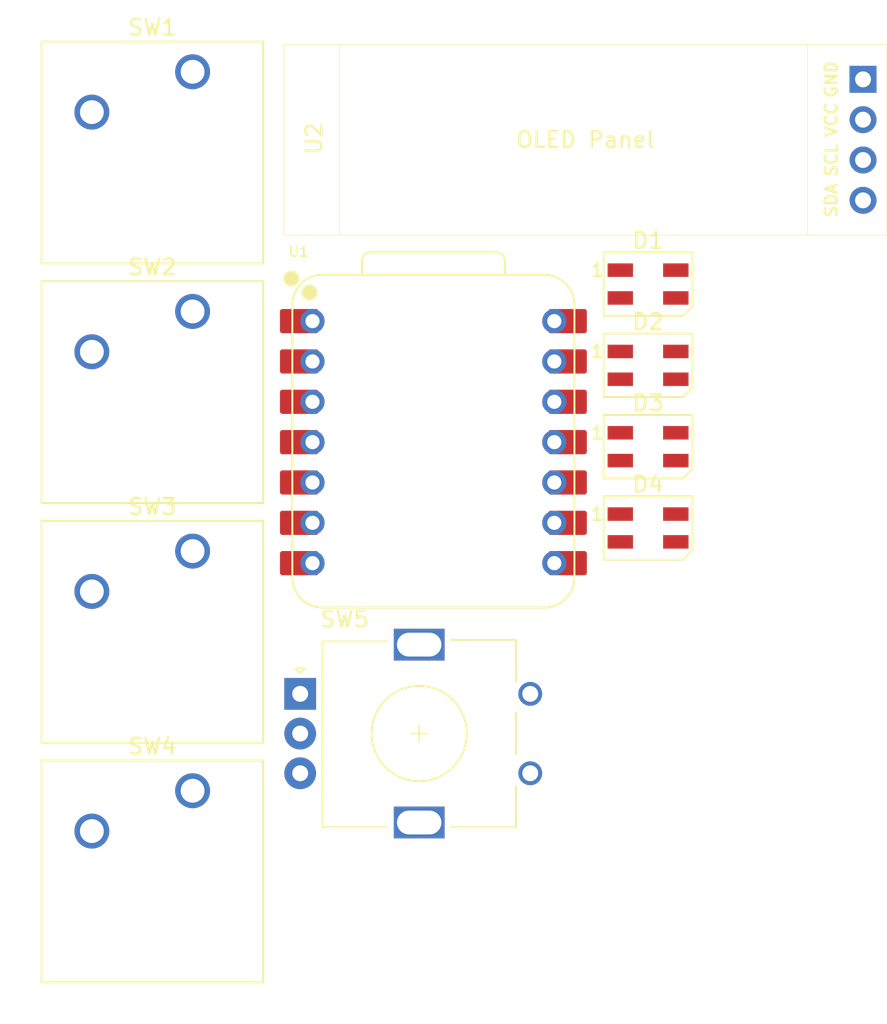
<source format=kicad_pcb>
(kicad_pcb (version 20241229) (generator "pcbnew") (generator_version "9.0")
  (layers (0 "F.Cu" signal) (2 "B.Cu" signal) (13 "F.Paste" user) (15 "B.Paste" user) (5 "F.SilkS" user "F.Silkscreen") (7 "B.SilkS" user "B.Silkscreen") (1 "F.Mask" user) (3 "B.Mask" user) (25 "Edge.Cuts" user))
  (net 0 "")
  (net 1 "Net-(D1-DOUT)")
  (net 2 "Net-(D1-DIN)")
  (net 3 "GND")
  (net 4 "+5V")
  (net 5 "Net-(D2-DOUT)")
  (net 6 "Net-(D3-DOUT)")
  (net 8 "Net-(U1-GPIO1{slash}RX)")
  (net 9 "Net-(U1-GPIO2{slash}SCK)")
  (net 10 "Net-(U1-GPIO4{slash}MISO)")
  (net 11 "Net-(U1-GPIO3{slash}MOSI)")
  (net 12 "Net-(U1-GPIO28{slash}ADC2{slash}A2)")
  (net 13 "Net-(U1-GPIO27{slash}ADC1{slash}A1)")
  (net 15 "Net-(U1-GPIO7{slash}SCL)")
  (net 18 "Net-(U1-GPIO6{slash}SDA)")
  (footprint "Seeed Studio XIAO Series Library:XIAO-RP2040-DIP" (layer "F.Cu") (at 152.676 92.6795)
    (property "Reference" "U1" (at -8.5 -12 0) (layer "F.SilkS") (effects (font (size 0.635 0.635) (thickness 0.1016))))
    (property "Value" "XIAO-RP2040-DIP")
    (fp_line (start -8.89 8.509) (end -8.89 -8.636) (stroke (width 0.127)) (layer "F.SilkS"))
    (fp_line (start -6.985 10.414) (end 6.985 10.414) (stroke (width 0.127)) (layer "F.SilkS"))
    (fp_line (start -4.495 -10.541) (end -4.491272 -11.451272) (stroke (width 0.127)) (layer "F.SilkS"))
    (fp_line (start -3.991272 -11.951) (end 4.004 -11.951) (stroke (width 0.127)) (layer "F.SilkS"))
    (fp_line (start 4.504 -11.451) (end 4.504 -10.541) (stroke (width 0.127)) (layer "F.SilkS"))
    (fp_line (start 6.985 -10.541) (end -6.985 -10.541) (stroke (width 0.1)) (layer "F.SilkS"))
    (fp_line (start 6.985 -10.541) (end -6.985 -10.541) (stroke (width 0.127)) (layer "F.SilkS"))
    (fp_line (start 8.89 8.509) (end 8.89 -8.636) (stroke (width 0.127)) (layer "F.SilkS"))
    (fp_arc (start -8.89 -8.636) (mid -8.332038 -9.983038) (end -6.985 -10.541) (stroke (width 0.127)) (layer "F.SilkS"))
    (fp_arc (start -6.985 10.414) (mid -8.332038 9.856038) (end -8.89 8.509) (stroke (width 0.127)) (layer "F.SilkS"))
    (fp_arc (start -4.491272 -11.451272) (mid -4.344728 -11.80464) (end -3.991272 -11.951) (stroke (width 0.127)) (layer "F.SilkS"))
    (fp_arc (start 4.004 -11.951) (mid 4.357553 -11.804553) (end 4.504 -11.451) (stroke (width 0.127)) (layer "F.SilkS"))
    (fp_arc (start 6.985 -10.541) (mid 8.332038 -9.983038) (end 8.89 -8.636) (stroke (width 0.127)) (layer "F.SilkS"))
    (fp_arc (start 8.89 8.509) (mid 8.332038 9.856038) (end 6.985 10.414) (stroke (width 0.127)) (layer "F.SilkS"))
    (fp_circle (center -8.95 -10.3) (end -8.95 -10.554) (stroke (width 0.5)) (fill yes) (layer "F.SilkS"))
    (fp_circle (center -7.807 -9.42) (end -7.807 -9.674) (stroke (width 0.5)) (fill yes) (layer "F.SilkS"))
    (pad "1" smd roundrect (at -8.455 -7.62 180) (size 2.432 1.524) (layers "F.Cu" "F.Mask") (roundrect_rratio 0.1) (net 2 "Net-(D1-DIN)"))
    (pad "1" thru_hole circle (at -7.62 -7.62 180) (size 1.524 1.524) (drill 0.889) (layers "*.Cu" "*.Mask") (net 2 "Net-(D1-DIN)"))
    (pad "2" smd roundrect (at -8.455 -5.08 180) (size 2.432 1.524) (layers "F.Cu" "F.Mask") (roundrect_rratio 0.1) (net 13 "Net-(U1-GPIO27{slash}ADC1{slash}A1)"))
    (pad "2" thru_hole circle (at -7.62 -5.08 180) (size 1.524 1.524) (drill 0.889) (layers "*.Cu" "*.Mask") (net 13 "Net-(U1-GPIO27{slash}ADC1{slash}A1)"))
    (pad "3" smd roundrect (at -8.455 -2.54 180) (size 2.432 1.524) (layers "F.Cu" "F.Mask") (roundrect_rratio 0.1) (net 12 "Net-(U1-GPIO28{slash}ADC2{slash}A2)"))
    (pad "3" thru_hole circle (at -7.62 -2.54 180) (size 1.524 1.524) (drill 0.889) (layers "*.Cu" "*.Mask") (net 12 "Net-(U1-GPIO28{slash}ADC2{slash}A2)"))
    (pad "4" smd roundrect (at -8.455 0 180) (size 2.432 1.524) (layers "F.Cu" "F.Mask") (roundrect_rratio 0.1))
    (pad "4" thru_hole circle (at -7.62 0 180) (size 1.524 1.524) (drill 0.889) (layers "*.Cu" "*.Mask"))
    (pad "5" smd roundrect (at -8.455 2.54 180) (size 2.432 1.524) (layers "F.Cu" "F.Mask") (roundrect_rratio 0.1) (net 18 "Net-(U1-GPIO6{slash}SDA)"))
    (pad "5" thru_hole circle (at -7.62 2.54 180) (size 1.524 1.524) (drill 0.889) (layers "*.Cu" "*.Mask") (net 18 "Net-(U1-GPIO6{slash}SDA)"))
    (pad "6" smd roundrect (at -8.455 5.08 180) (size 2.432 1.524) (layers "F.Cu" "F.Mask") (roundrect_rratio 0.1) (net 15 "Net-(U1-GPIO7{slash}SCL)"))
    (pad "6" thru_hole circle (at -7.62 5.08 180) (size 1.524 1.524) (drill 0.889) (layers "*.Cu" "*.Mask") (net 15 "Net-(U1-GPIO7{slash}SCL)"))
    (pad "7" smd roundrect (at -8.455 7.62 180) (size 2.432 1.524) (layers "F.Cu" "F.Mask") (roundrect_rratio 0.1))
    (pad "7" thru_hole circle (at -7.62 7.62 180) (size 1.524 1.524) (drill 0.889) (layers "*.Cu" "*.Mask"))
    (pad "8" thru_hole circle (at 7.62 7.62) (size 1.524 1.524) (drill 0.889) (layers "*.Cu" "*.Mask") (net 8 "Net-(U1-GPIO1{slash}RX)"))
    (pad "8" smd roundrect (at 8.455 7.62) (size 2.432 1.524) (layers "F.Cu" "F.Mask") (roundrect_rratio 0.1) (net 8 "Net-(U1-GPIO1{slash}RX)"))
    (pad "9" thru_hole circle (at 7.62 5.08) (size 1.524 1.524) (drill 0.889) (layers "*.Cu" "*.Mask") (net 9 "Net-(U1-GPIO2{slash}SCK)"))
    (pad "9" smd roundrect (at 8.455 5.08) (size 2.432 1.524) (layers "F.Cu" "F.Mask") (roundrect_rratio 0.1) (net 9 "Net-(U1-GPIO2{slash}SCK)"))
    (pad "10" thru_hole circle (at 7.62 2.54) (size 1.524 1.524) (drill 0.889) (layers "*.Cu" "*.Mask") (net 10 "Net-(U1-GPIO4{slash}MISO)"))
    (pad "10" smd roundrect (at 8.455 2.54) (size 2.432 1.524) (layers "F.Cu" "F.Mask") (roundrect_rratio 0.1) (net 10 "Net-(U1-GPIO4{slash}MISO)"))
    (pad "11" thru_hole circle (at 7.62 0) (size 1.524 1.524) (drill 0.889) (layers "*.Cu" "*.Mask") (net 11 "Net-(U1-GPIO3{slash}MOSI)"))
    (pad "11" smd roundrect (at 8.455 0) (size 2.432 1.524) (layers "F.Cu" "F.Mask") (roundrect_rratio 0.1) (net 11 "Net-(U1-GPIO3{slash}MOSI)"))
    (pad "12" thru_hole circle (at 7.62 -2.54) (size 1.524 1.524) (drill 0.889) (layers "*.Cu" "*.Mask"))
    (pad "12" smd roundrect (at 8.455 -2.54) (size 2.432 1.524) (layers "F.Cu" "F.Mask") (roundrect_rratio 0.1))
    (pad "13" thru_hole circle (at 7.62 -5.08) (size 1.524 1.524) (drill 0.889) (layers "*.Cu" "*.Mask") (net 3 "GND"))
    (pad "13" smd roundrect (at 8.455 -5.08) (size 2.432 1.524) (layers "F.Cu" "F.Mask") (roundrect_rratio 0.1) (net 3 "GND"))
    (pad "14" thru_hole circle (at 7.62 -7.62) (size 1.524 1.524) (drill 0.889) (layers "*.Cu" "*.Mask") (net 4 "+5V"))
    (pad "14" smd roundrect (at 8.455 -7.62) (size 2.432 1.524) (layers "F.Cu" "F.Mask") (roundrect_rratio 0.1) (net 4 "+5V"))
  )
  (footprint "Button_Switch_Keyboard:SW_Cherry_MX_1.00u_PCB" (layer "F.Cu") (at 137.5 114.63)
    (property "Reference" "SW4" (at -2.54 -2.794 0) (layer "F.SilkS"))
    (property "Value" "SW_Push")
    (fp_line (start -9.525 -1.905) (end 4.445 -1.905) (stroke (width 0.12)) (layer "F.SilkS"))
    (fp_line (start -9.525 12.065) (end -9.525 -1.905) (stroke (width 0.12)) (layer "F.SilkS"))
    (fp_line (start 4.445 -1.905) (end 4.445 12.065) (stroke (width 0.12)) (layer "F.SilkS"))
    (fp_line (start 4.445 12.065) (end -9.525 12.065) (stroke (width 0.12)) (layer "F.SilkS"))
    (pad "" np_thru_hole circle (at -7.62 5.08) (size 1.7 1.7) (drill 1.7) (layers "*.Cu" "*.Mask"))
    (pad "" np_thru_hole circle (at -2.54 5.08) (size 4 4) (drill 4) (layers "*.Cu" "*.Mask"))
    (pad "" np_thru_hole circle (at 2.54 5.08) (size 1.7 1.7) (drill 1.7) (layers "*.Cu" "*.Mask"))
    (pad "1" thru_hole circle (at 0 0) (size 2.2 2.2) (drill 1.5) (layers "*.Cu" "*.Mask") (net 3 "GND"))
    (pad "2" thru_hole circle (at -6.35 2.54) (size 2.2 2.2) (drill 1.5) (layers "*.Cu" "*.Mask") (net 11 "Net-(U1-GPIO3{slash}MOSI)"))
  )
  (footprint "LED_SMD:LED_SK6812MINI_PLCC4_3.5x3.5mm_P1.75mm" (layer "F.Cu") (at 166.205 92.965)
    (property "Reference" "D3" (at 0 -2.75 0) (layer "F.SilkS"))
    (property "Value" "SK6812MINI")
    (fp_line (start -2.8 -2) (end -2.8 2) (stroke (width 0.12)) (layer "F.SilkS"))
    (fp_line (start -2.8 -2) (end 2.8 -2) (stroke (width 0.12)) (layer "F.SilkS"))
    (fp_line (start -2.8 2) (end 2.2 2) (stroke (width 0.12)) (layer "F.SilkS"))
    (fp_line (start 2.8 1.4) (end 2.2 2) (stroke (width 0.12)) (layer "F.SilkS"))
    (fp_line (start 2.8 1.4) (end 2.8 -2) (stroke (width 0.12)) (layer "F.SilkS"))
    (fp_text user "1" (at -3.2 -0.875 0) (layer "F.SilkS") (effects (font (size 0.8 0.8))))
    (pad "1" smd rect (at -1.75 -0.875) (size 1.6 0.85) (layers "F.Cu" "F.Mask" "F.Paste") (net 6 "Net-(D3-DOUT)"))
    (pad "2" smd rect (at -1.75 0.875) (size 1.6 0.85) (layers "F.Cu" "F.Mask" "F.Paste") (net 3 "GND"))
    (pad "3" smd rect (at 1.75 0.875) (size 1.6 0.85) (layers "F.Cu" "F.Mask" "F.Paste") (net 5 "Net-(D2-DOUT)"))
    (pad "4" smd rect (at 1.75 -0.875) (size 1.6 0.85) (layers "F.Cu" "F.Mask" "F.Paste") (net 4 "+5V"))
  )
  (footprint "Rotary_Encoder:RotaryEncoder_Alps_EC11E_Vertical_H20mm" (layer "F.Cu") (at 144.28 108.53)
    (property "Reference" "SW5" (at 2.8 -4.7 0) (layer "F.SilkS"))
    (property "Value" "RotaryEncoder")
    (fp_line (start -0.3 -1.6) (end 0.3 -1.6) (stroke (width 0.12)) (layer "F.SilkS"))
    (fp_line (start 0 -1.3) (end -0.3 -1.6) (stroke (width 0.12)) (layer "F.SilkS"))
    (fp_line (start 0.3 -1.6) (end 0 -1.3) (stroke (width 0.12)) (layer "F.SilkS"))
    (fp_line (start 1.4 -3.3) (end 1.4 8.4) (stroke (width 0.12)) (layer "F.SilkS"))
    (fp_line (start 5.5 -3.3) (end 1.4 -3.3) (stroke (width 0.12)) (layer "F.SilkS"))
    (fp_line (start 5.5 8.4) (end 1.4 8.4) (stroke (width 0.12)) (layer "F.SilkS"))
    (fp_line (start 7 2.5) (end 8 2.5) (stroke (width 0.12)) (layer "F.SilkS"))
    (fp_line (start 7.5 2) (end 7.5 3) (stroke (width 0.12)) (layer "F.SilkS"))
    (fp_line (start 9.5 -3.4) (end 13.6 -3.4) (stroke (width 0.12)) (layer "F.SilkS"))
    (fp_line (start 13.6 -3.4) (end 13.6 -0.8) (stroke (width 0.12)) (layer "F.SilkS"))
    (fp_line (start 13.6 1.2) (end 13.6 3.8) (stroke (width 0.12)) (layer "F.SilkS"))
    (fp_line (start 13.6 5.8) (end 13.6 8.4) (stroke (width 0.12)) (layer "F.SilkS"))
    (fp_line (start 13.6 8.4) (end 9.5 8.4) (stroke (width 0.12)) (layer "F.SilkS"))
    (fp_circle (center 7.5 2.5) (end 10.5 2.5) (stroke (width 0.12)) (fill no) (layer "F.SilkS"))
    (pad "" thru_hole circle (at 14.5 0) (size 1.5 1.5) (drill 1) (layers "*.Cu" "*.Mask"))
    (pad "" thru_hole circle (at 14.5 5) (size 1.5 1.5) (drill 1) (layers "*.Cu" "*.Mask"))
    (pad "A" thru_hole rect (at 0 0) (size 2 2) (drill 1) (layers "*.Cu" "*.Mask") (net 13 "Net-(U1-GPIO27{slash}ADC1{slash}A1)"))
    (pad "B" thru_hole circle (at 0 5) (size 2 2) (drill 1) (layers "*.Cu" "*.Mask") (net 12 "Net-(U1-GPIO28{slash}ADC2{slash}A2)"))
    (pad "C" thru_hole circle (at 0 2.5) (size 2 2) (drill 1) (layers "*.Cu" "*.Mask") (net 3 "GND"))
    (pad "MP" thru_hole rect (at 7.5 -3.1) (size 3.2 2) (drill oval 2.8 1.5) (layers "*.Cu" "*.Mask"))
    (pad "MP" thru_hole rect (at 7.5 8.1) (size 3.2 2) (drill oval 2.8 1.5) (layers "*.Cu" "*.Mask"))
  )
  (footprint "LED_SMD:LED_SK6812MINI_PLCC4_3.5x3.5mm_P1.75mm" (layer "F.Cu") (at 166.205 82.725)
    (property "Reference" "D1" (at 0 -2.75 0) (layer "F.SilkS"))
    (property "Value" "SK6812MINI")
    (fp_line (start -2.8 -2) (end -2.8 2) (stroke (width 0.12)) (layer "F.SilkS"))
    (fp_line (start -2.8 -2) (end 2.8 -2) (stroke (width 0.12)) (layer "F.SilkS"))
    (fp_line (start -2.8 2) (end 2.2 2) (stroke (width 0.12)) (layer "F.SilkS"))
    (fp_line (start 2.8 1.4) (end 2.2 2) (stroke (width 0.12)) (layer "F.SilkS"))
    (fp_line (start 2.8 1.4) (end 2.8 -2) (stroke (width 0.12)) (layer "F.SilkS"))
    (fp_text user "1" (at -3.2 -0.875 0) (layer "F.SilkS") (effects (font (size 0.8 0.8))))
    (pad "1" smd rect (at -1.75 -0.875) (size 1.6 0.85) (layers "F.Cu" "F.Mask" "F.Paste") (net 1 "Net-(D1-DOUT)"))
    (pad "2" smd rect (at -1.75 0.875) (size 1.6 0.85) (layers "F.Cu" "F.Mask" "F.Paste") (net 3 "GND"))
    (pad "3" smd rect (at 1.75 0.875) (size 1.6 0.85) (layers "F.Cu" "F.Mask" "F.Paste") (net 2 "Net-(D1-DIN)"))
    (pad "4" smd rect (at 1.75 -0.875) (size 1.6 0.85) (layers "F.Cu" "F.Mask" "F.Paste") (net 4 "+5V"))
  )
  (footprint "Button_Switch_Keyboard:SW_Cherry_MX_1.00u_PCB" (layer "F.Cu") (at 137.5 99.54)
    (property "Reference" "SW3" (at -2.54 -2.794 0) (layer "F.SilkS"))
    (property "Value" "SW_Push")
    (fp_line (start -9.525 -1.905) (end 4.445 -1.905) (stroke (width 0.12)) (layer "F.SilkS"))
    (fp_line (start -9.525 12.065) (end -9.525 -1.905) (stroke (width 0.12)) (layer "F.SilkS"))
    (fp_line (start 4.445 -1.905) (end 4.445 12.065) (stroke (width 0.12)) (layer "F.SilkS"))
    (fp_line (start 4.445 12.065) (end -9.525 12.065) (stroke (width 0.12)) (layer "F.SilkS"))
    (pad "" np_thru_hole circle (at -7.62 5.08) (size 1.7 1.7) (drill 1.7) (layers "*.Cu" "*.Mask"))
    (pad "" np_thru_hole circle (at -2.54 5.08) (size 4 4) (drill 4) (layers "*.Cu" "*.Mask"))
    (pad "" np_thru_hole circle (at 2.54 5.08) (size 1.7 1.7) (drill 1.7) (layers "*.Cu" "*.Mask"))
    (pad "1" thru_hole circle (at 0 0) (size 2.2 2.2) (drill 1.5) (layers "*.Cu" "*.Mask") (net 3 "GND"))
    (pad "2" thru_hole circle (at -6.35 2.54) (size 2.2 2.2) (drill 1.5) (layers "*.Cu" "*.Mask") (net 10 "Net-(U1-GPIO4{slash}MISO)"))
  )
  (footprint "Button_Switch_Keyboard:SW_Cherry_MX_1.00u_PCB" (layer "F.Cu") (at 137.5 69.36)
    (property "Reference" "SW1" (at -2.54 -2.794 0) (layer "F.SilkS"))
    (property "Value" "SW_Push")
    (fp_line (start -9.525 -1.905) (end 4.445 -1.905) (stroke (width 0.12)) (layer "F.SilkS"))
    (fp_line (start -9.525 12.065) (end -9.525 -1.905) (stroke (width 0.12)) (layer "F.SilkS"))
    (fp_line (start 4.445 -1.905) (end 4.445 12.065) (stroke (width 0.12)) (layer "F.SilkS"))
    (fp_line (start 4.445 12.065) (end -9.525 12.065) (stroke (width 0.12)) (layer "F.SilkS"))
    (pad "" np_thru_hole circle (at -7.62 5.08) (size 1.7 1.7) (drill 1.7) (layers "*.Cu" "*.Mask"))
    (pad "" np_thru_hole circle (at -2.54 5.08) (size 4 4) (drill 4) (layers "*.Cu" "*.Mask"))
    (pad "" np_thru_hole circle (at 2.54 5.08) (size 1.7 1.7) (drill 1.7) (layers "*.Cu" "*.Mask"))
    (pad "1" thru_hole circle (at 0 0) (size 2.2 2.2) (drill 1.5) (layers "*.Cu" "*.Mask") (net 3 "GND"))
    (pad "2" thru_hole circle (at -6.35 2.54) (size 2.2 2.2) (drill 1.5) (layers "*.Cu" "*.Mask") (net 8 "Net-(U1-GPIO1{slash}RX)"))
  )
  (footprint "LED_SMD:LED_SK6812MINI_PLCC4_3.5x3.5mm_P1.75mm" (layer "F.Cu") (at 166.205 98.085)
    (property "Reference" "D4" (at 0 -2.75 0) (layer "F.SilkS"))
    (property "Value" "SK6812MINI")
    (fp_line (start -2.8 -2) (end -2.8 2) (stroke (width 0.12)) (layer "F.SilkS"))
    (fp_line (start -2.8 -2) (end 2.8 -2) (stroke (width 0.12)) (layer "F.SilkS"))
    (fp_line (start -2.8 2) (end 2.2 2) (stroke (width 0.12)) (layer "F.SilkS"))
    (fp_line (start 2.8 1.4) (end 2.2 2) (stroke (width 0.12)) (layer "F.SilkS"))
    (fp_line (start 2.8 1.4) (end 2.8 -2) (stroke (width 0.12)) (layer "F.SilkS"))
    (fp_text user "1" (at -3.2 -0.875 0) (layer "F.SilkS") (effects (font (size 0.8 0.8))))
    (pad "1" smd rect (at -1.75 -0.875) (size 1.6 0.85) (layers "F.Cu" "F.Mask" "F.Paste"))
    (pad "2" smd rect (at -1.75 0.875) (size 1.6 0.85) (layers "F.Cu" "F.Mask" "F.Paste") (net 3 "GND"))
    (pad "3" smd rect (at 1.75 0.875) (size 1.6 0.85) (layers "F.Cu" "F.Mask" "F.Paste") (net 6 "Net-(D3-DOUT)"))
    (pad "4" smd rect (at 1.75 -0.875) (size 1.6 0.85) (layers "F.Cu" "F.Mask" "F.Paste") (net 4 "+5V"))
  )
  (footprint "LED_SMD:LED_SK6812MINI_PLCC4_3.5x3.5mm_P1.75mm" (layer "F.Cu") (at 166.205 87.845)
    (property "Reference" "D2" (at 0 -2.75 0) (layer "F.SilkS"))
    (property "Value" "SK6812MINI")
    (fp_line (start -2.8 -2) (end -2.8 2) (stroke (width 0.12)) (layer "F.SilkS"))
    (fp_line (start -2.8 -2) (end 2.8 -2) (stroke (width 0.12)) (layer "F.SilkS"))
    (fp_line (start -2.8 2) (end 2.2 2) (stroke (width 0.12)) (layer "F.SilkS"))
    (fp_line (start 2.8 1.4) (end 2.2 2) (stroke (width 0.12)) (layer "F.SilkS"))
    (fp_line (start 2.8 1.4) (end 2.8 -2) (stroke (width 0.12)) (layer "F.SilkS"))
    (fp_text user "1" (at -3.2 -0.875 0) (layer "F.SilkS") (effects (font (size 0.8 0.8))))
    (pad "1" smd rect (at -1.75 -0.875) (size 1.6 0.85) (layers "F.Cu" "F.Mask" "F.Paste") (net 5 "Net-(D2-DOUT)"))
    (pad "2" smd rect (at -1.75 0.875) (size 1.6 0.85) (layers "F.Cu" "F.Mask" "F.Paste") (net 3 "GND"))
    (pad "3" smd rect (at 1.75 0.875) (size 1.6 0.85) (layers "F.Cu" "F.Mask" "F.Paste") (net 1 "Net-(D1-DOUT)"))
    (pad "4" smd rect (at 1.75 -0.875) (size 1.6 0.85) (layers "F.Cu" "F.Mask" "F.Paste") (net 4 "+5V"))
  )
  (footprint "KiCad-SSD1306-0.91-OLED-4pin-128x32.pretty-master:SSD1306-0.91-OLED-4pin-128x32" (layer "F.Cu") (at 143.255 67.645)
    (property "Reference" "U2" (at 1.9 5.91 90) (layer "F.SilkS"))
    (property "Value" "SSD1306")
    (fp_line (start 0 0) (end 0 12) (stroke (width 0.04)) (layer "F.SilkS"))
    (fp_line (start 0 12) (end 38 12) (stroke (width 0.04)) (layer "F.SilkS"))
    (fp_line (start 3.5 0) (end 3.5 12) (stroke (width 0.04)) (layer "F.SilkS"))
    (fp_line (start 33 0) (end 33 12) (stroke (width 0.04)) (layer "F.SilkS"))
    (fp_line (start 38 0) (end 0 0) (stroke (width 0.04)) (layer "F.SilkS"))
    (fp_line (start 38 12) (end 38 0) (stroke (width 0.04)) (layer "F.SilkS"))
    (fp_text user "SCL" (at 34.5 7.27 270) (layer "F.SilkS") (effects (font (size 0.75 0.75))))
    (fp_text user "SDA" (at 34.5 9.81 270) (layer "F.SilkS") (effects (font (size 0.75 0.75))))
    (fp_text user "VCC" (at 34.5 4.73 270) (layer "F.SilkS") (effects (font (size 0.75 0.75))))
    (fp_text user "GND" (at 34.5 2.19 270) (layer "F.SilkS") (effects (font (size 0.75 0.75))))
    (fp_text user "OLED Panel" (at 19 6 0) (layer "F.SilkS"))
    (pad "1" thru_hole rect (at 36.5 2.19) (size 1.7 1.7) (drill 1) (layers "*.Cu" "*.Mask") (net 4 "+5V"))
    (pad "2" thru_hole oval (at 36.5 4.73) (size 1.7 1.7) (drill 1) (layers "*.Cu" "*.Mask") (net 3 "GND"))
    (pad "3" thru_hole oval (at 36.5 7.27) (size 1.7 1.7) (drill 1) (layers "*.Cu" "*.Mask") (net 18 "Net-(U1-GPIO6{slash}SDA)"))
    (pad "4" thru_hole oval (at 36.5 9.81) (size 1.7 1.7) (drill 1) (layers "*.Cu" "*.Mask") (net 15 "Net-(U1-GPIO7{slash}SCL)"))
  )
  (footprint "Button_Switch_Keyboard:SW_Cherry_MX_1.00u_PCB" (layer "F.Cu") (at 137.5 84.45)
    (property "Reference" "SW2" (at -2.54 -2.794 0) (layer "F.SilkS"))
    (property "Value" "SW_Push")
    (fp_line (start -9.525 -1.905) (end 4.445 -1.905) (stroke (width 0.12)) (layer "F.SilkS"))
    (fp_line (start -9.525 12.065) (end -9.525 -1.905) (stroke (width 0.12)) (layer "F.SilkS"))
    (fp_line (start 4.445 -1.905) (end 4.445 12.065) (stroke (width 0.12)) (layer "F.SilkS"))
    (fp_line (start 4.445 12.065) (end -9.525 12.065) (stroke (width 0.12)) (layer "F.SilkS"))
    (pad "" np_thru_hole circle (at -7.62 5.08) (size 1.7 1.7) (drill 1.7) (layers "*.Cu" "*.Mask"))
    (pad "" np_thru_hole circle (at -2.54 5.08) (size 4 4) (drill 4) (layers "*.Cu" "*.Mask"))
    (pad "" np_thru_hole circle (at 2.54 5.08) (size 1.7 1.7) (drill 1.7) (layers "*.Cu" "*.Mask"))
    (pad "1" thru_hole circle (at 0 0) (size 2.2 2.2) (drill 1.5) (layers "*.Cu" "*.Mask") (net 3 "GND"))
    (pad "2" thru_hole circle (at -6.35 2.54) (size 2.2 2.2) (drill 1.5) (layers "*.Cu" "*.Mask") (net 9 "Net-(U1-GPIO2{slash}SCK)"))
  )
)
</source>
